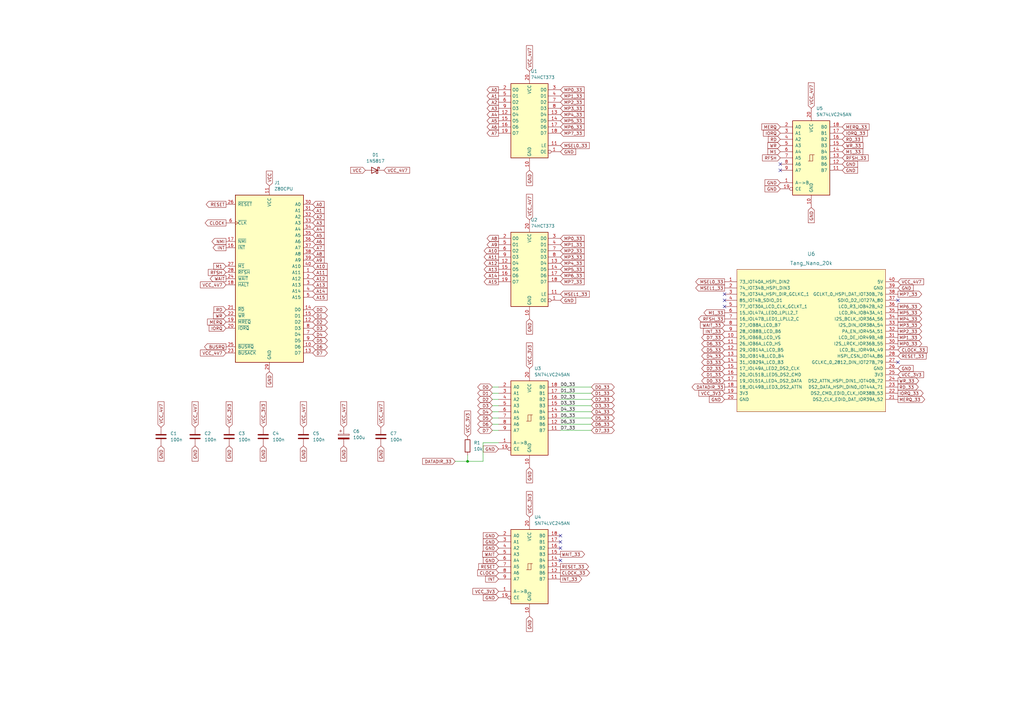
<source format=kicad_sch>
(kicad_sch (version 20211123) (generator eeschema)
  (paper "A3")
  (title_block (title "MSX-Tang Nano 9K Breakout") (date "2023-03-01"))
  (lib_symbols
    (symbol "74xx:74AHCT373"
      (property "Reference" "U" (at -7.62 16.51 0))
      (property "Value" "74AHCT373" (at -7.62 -16.51 0))
      (symbol "74AHCT373_1_0"
        (pin input inverted (at -12.7 -12.7 0) (length 5.08) (name "OE") (number "1"))
        (pin power_in line (at 0 -20.32 90) (length 5.08) (name "GND") (number "10"))
        (pin input line (at -12.7 -10.16 0) (length 5.08) (name "LE") (number "11"))
        (pin tri_state line (at 12.7 2.54 180) (length 5.08) (name "O4") (number "12"))
        (pin input line (at -12.7 2.54 0) (length 5.08) (name "D4") (number "13"))
        (pin input line (at -12.7 0 0) (length 5.08) (name "D5") (number "14"))
        (pin tri_state line (at 12.7 0 180) (length 5.08) (name "O5") (number "15"))
        (pin tri_state line (at 12.7 -2.54 180) (length 5.08) (name "O6") (number "16"))
        (pin input line (at -12.7 -2.54 0) (length 5.08) (name "D6") (number "17"))
        (pin input line (at -12.7 -5.08 0) (length 5.08) (name "D7") (number "18"))
        (pin tri_state line (at 12.7 -5.08 180) (length 5.08) (name "O7") (number "19"))
        (pin tri_state line (at 12.7 12.7 180) (length 5.08) (name "O0") (number "2"))
        (pin power_in line (at 0 20.32 270) (length 5.08) (name "VCC") (number "20"))
        (pin input line (at -12.7 12.7 0) (length 5.08) (name "D0") (number "3"))
        (pin input line (at -12.7 10.16 0) (length 5.08) (name "D1") (number "4"))
        (pin tri_state line (at 12.7 10.16 180) (length 5.08) (name "O1") (number "5"))
        (pin tri_state line (at 12.7 7.62 180) (length 5.08) (name "O2") (number "6"))
        (pin input line (at -12.7 7.62 0) (length 5.08) (name "D2") (number "7"))
        (pin input line (at -12.7 5.08 0) (length 5.08) (name "D3") (number "8"))
        (pin tri_state line (at 12.7 5.08 180) (length 5.08) (name "O3") (number "9"))
      )
      (symbol "74AHCT373_1_1"
        (rectangle (start -7.62 15.24) (end 7.62 -15.24) (stroke (width 0.254)) (fill (type background)))
      )
    )
    (symbol "CPU:Z80CPU" (pin_names (offset 1.016))
      (property "Reference" "U" (at -13.97 35.56 0))
      (property "Value" "Z80CPU" (at 6.35 35.56 0))
      (symbol "Z80CPU_0_1"
        (rectangle (start -13.97 34.29) (end 13.97 -34.29) (stroke (width 0.254)) (fill (type background)))
      )
      (symbol "Z80CPU_1_1"
        (pin output line (at 17.78 2.54 180) (length 3.81) (name "A11") (number "1"))
        (pin bidirectional line (at 17.78 -27.94 180) (length 3.81) (name "D6") (number "10"))
        (pin power_in line (at 0 38.1 270) (length 3.81) (name "VCC") (number "11"))
        (pin bidirectional line (at 17.78 -17.78 180) (length 3.81) (name "D2") (number "12"))
        (pin bidirectional line (at 17.78 -30.48 180) (length 3.81) (name "D7") (number "13"))
        (pin bidirectional line (at 17.78 -12.7 180) (length 3.81) (name "D0") (number "14"))
        (pin bidirectional line (at 17.78 -15.24 180) (length 3.81) (name "D1") (number "15"))
        (pin input line (at -17.78 12.7 0) (length 3.81) (name "~{INT}") (number "16"))
        (pin input line (at -17.78 15.24 0) (length 3.81) (name "~{NMI}") (number "17"))
        (pin output line (at -17.78 -2.54 0) (length 3.81) (name "~{HALT}") (number "18"))
        (pin output line (at -17.78 -17.78 0) (length 3.81) (name "~{MREQ}") (number "19"))
        (pin output line (at 17.78 0 180) (length 3.81) (name "A12") (number "2"))
        (pin output line (at -17.78 -20.32 0) (length 3.81) (name "~{IORQ}") (number "20"))
        (pin output line (at -17.78 -12.7 0) (length 3.81) (name "~{RD}") (number "21"))
        (pin output line (at -17.78 -15.24 0) (length 3.81) (name "~{WR}") (number "22"))
        (pin output line (at -17.78 -30.48 0) (length 3.81) (name "~{BUSACK}") (number "23"))
        (pin input line (at -17.78 0 0) (length 3.81) (name "~{WAIT}") (number "24"))
        (pin input line (at -17.78 -27.94 0) (length 3.81) (name "~{BUSRQ}") (number "25"))
        (pin input line (at -17.78 30.48 0) (length 3.81) (name "~{RESET}") (number "26"))
        (pin output line (at -17.78 5.08 0) (length 3.81) (name "~{M1}") (number "27"))
        (pin output line (at -17.78 2.54 0) (length 3.81) (name "~{RFSH}") (number "28"))
        (pin power_in line (at 0 -38.1 90) (length 3.81) (name "GND") (number "29"))
        (pin output line (at 17.78 -2.54 180) (length 3.81) (name "A13") (number "3"))
        (pin output line (at 17.78 30.48 180) (length 3.81) (name "A0") (number "30"))
        (pin output line (at 17.78 27.94 180) (length 3.81) (name "A1") (number "31"))
        (pin output line (at 17.78 25.4 180) (length 3.81) (name "A2") (number "32"))
        (pin output line (at 17.78 22.86 180) (length 3.81) (name "A3") (number "33"))
        (pin output line (at 17.78 20.32 180) (length 3.81) (name "A4") (number "34"))
        (pin output line (at 17.78 17.78 180) (length 3.81) (name "A5") (number "35"))
        (pin output line (at 17.78 15.24 180) (length 3.81) (name "A6") (number "36"))
        (pin output line (at 17.78 12.7 180) (length 3.81) (name "A7") (number "37"))
        (pin output line (at 17.78 10.16 180) (length 3.81) (name "A8") (number "38"))
        (pin output line (at 17.78 7.62 180) (length 3.81) (name "A9") (number "39"))
        (pin output line (at 17.78 -5.08 180) (length 3.81) (name "A14") (number "4"))
        (pin output line (at 17.78 5.08 180) (length 3.81) (name "A10") (number "40"))
        (pin output line (at 17.78 -7.62 180) (length 3.81) (name "A15") (number "5"))
        (pin input clock (at -17.78 22.86 0) (length 3.81) (name "~{CLK}") (number "6"))
        (pin bidirectional line (at 17.78 -22.86 180) (length 3.81) (name "D4") (number "7"))
        (pin bidirectional line (at 17.78 -20.32 180) (length 3.81) (name "D3") (number "8"))
        (pin bidirectional line (at 17.78 -25.4 180) (length 3.81) (name "D5") (number "9"))
      )
    )
    (symbol "Device:C" (pin_numbers hide) (pin_names (offset 0.254))
      (property "Reference" "C" (at 0.635 2.54 0))
      (property "Value" "C" (at 0.635 -2.54 0))
      (symbol "C_0_1"
        (polyline (pts (xy -2.032 -0.762) (xy 2.032 -0.762)) (stroke (width 0.508)))
        (polyline (pts (xy -2.032 0.762) (xy 2.032 0.762)) (stroke (width 0.508)))
      )
      (symbol "C_1_1"
        (pin passive line (at 0 3.81 270) (length 2.794) (name "~") (number "1"))
        (pin passive line (at 0 -3.81 90) (length 2.794) (name "~") (number "2"))
      )
    )
    (symbol "Device:C_Polarized" (pin_numbers hide) (pin_names (offset 0.254))
      (property "Reference" "C" (at 0.635 2.54 0))
      (property "Value" "C_Polarized" (at 0.635 -2.54 0))
      (symbol "C_Polarized_0_1"
        (rectangle (start -2.286 0.508) (end 2.286 1.016))
        (polyline (pts (xy -1.778 2.286) (xy -0.762 2.286)))
        (polyline (pts (xy -1.27 2.794) (xy -1.27 1.778)))
        (rectangle (start 2.286 -0.508) (end -2.286 -1.016) (fill (type outline)))
      )
      (symbol "C_Polarized_1_1"
        (pin passive line (at 0 3.81 270) (length 2.794) (name "~") (number "1"))
        (pin passive line (at 0 -3.81 90) (length 2.794) (name "~") (number "2"))
      )
    )
    (symbol "Device:R" (pin_numbers hide) (pin_names (offset 0))
      (property "Reference" "R" (at 2.032 0 90))
      (property "Value" "R" (at 0 0 90))
      (symbol "R_0_1"
        (rectangle (start -1.016 -2.54) (end 1.016 2.54) (stroke (width 0.254)))
      )
      (symbol "R_1_1"
        (pin passive line (at 0 3.81 270) (length 1.27) (name "~") (number "1"))
        (pin passive line (at 0 -3.81 90) (length 1.27) (name "~") (number "2"))
      )
    )
    (symbol "Diode:1N5817" (pin_numbers hide) (pin_names (offset 1.016) hide)
      (property "Reference" "D" (at 0 2.54 0))
      (property "Value" "1N5817" (at 0 -2.54 0))
      (symbol "1N5817_0_1"
        (polyline (pts (xy 1.27 0) (xy -1.27 0)))
        (polyline (pts (xy 1.27 1.27) (xy 1.27 -1.27) (xy -1.27 0) (xy 1.27 1.27)) (stroke (width 0.254)))
        (polyline (pts (xy -1.905 0.635) (xy -1.905 1.27) (xy -1.27 1.27) (xy -1.27 -1.27) (xy -0.635 -1.27) (xy -0.635 -0.635)) (stroke (width 0.254)))
      )
      (symbol "1N5817_1_1"
        (pin passive line (at -3.81 0 0) (length 2.54) (name "K") (number "1"))
        (pin passive line (at 3.81 0 180) (length 2.54) (name "A") (number "2"))
      )
    )
    (symbol "Mi_libreria:SN74LVC245AN" (pin_names (offset 1.016))
      (property "Reference" "U" (at -7.62 16.51 0))
      (property "Value" "SN74LVC245AN" (at -7.62 -16.51 0))
      (symbol "SN74LVC245AN_1_0"
        (polyline (pts (xy -0.635 -1.27) (xy -0.635 1.27) (xy 0.635 1.27)))
        (polyline (pts (xy -1.27 -1.27) (xy 0.635 -1.27) (xy 0.635 1.27) (xy 1.27 1.27)))
        (pin input line (at -12.7 -10.16 0) (length 5.08) (name "A->B") (number "1"))
        (pin power_in line (at 0 -20.32 90) (length 5.08) (name "GND") (number "10"))
        (pin tri_state line (at 12.7 -5.08 180) (length 5.08) (name "B7") (number "11"))
        (pin tri_state line (at 12.7 -2.54 180) (length 5.08) (name "B6") (number "12"))
        (pin tri_state line (at 12.7 0 180) (length 5.08) (name "B5") (number "13"))
        (pin tri_state line (at 12.7 2.54 180) (length 5.08) (name "B4") (number "14"))
        (pin tri_state line (at 12.7 5.08 180) (length 5.08) (name "B3") (number "15"))
        (pin tri_state line (at 12.7 7.62 180) (length 5.08) (name "B2") (number "16"))
        (pin tri_state line (at 12.7 10.16 180) (length 5.08) (name "B1") (number "17"))
        (pin tri_state line (at 12.7 12.7 180) (length 5.08) (name "B0") (number "18"))
        (pin input inverted (at -12.7 -12.7 0) (length 5.08) (name "CE") (number "19"))
        (pin tri_state line (at -12.7 12.7 0) (length 5.08) (name "A0") (number "2"))
        (pin power_in line (at 0 20.32 270) (length 5.08) (name "VCC") (number "20"))
        (pin tri_state line (at -12.7 10.16 0) (length 5.08) (name "A1") (number "3"))
        (pin tri_state line (at -12.7 7.62 0) (length 5.08) (name "A2") (number "4"))
        (pin tri_state line (at -12.7 5.08 0) (length 5.08) (name "A3") (number "5"))
        (pin tri_state line (at -12.7 2.54 0) (length 5.08) (name "A4") (number "6"))
        (pin tri_state line (at -12.7 0 0) (length 5.08) (name "A5") (number "7"))
        (pin tri_state line (at -12.7 -2.54 0) (length 5.08) (name "A6") (number "8"))
        (pin tri_state line (at -12.7 -5.08 0) (length 5.08) (name "A7") (number "9"))
      )
      (symbol "SN74LVC245AN_1_1"
        (rectangle (start -7.62 15.24) (end 7.62 -15.24) (stroke (width 0.254)) (fill (type background)))
      )
    )
    (symbol "Mi_libreria:Tang_Nano_20k" (pin_names (offset 1.016))
      (property "Reference" "U" (at -3.81 7.62 0))
      (property "Value" "Tang_Nano_20k" (at -10.16 2.54 0))
      (symbol "Tang_Nano_20k_1_0"
        (pin bidirectional line (at -35.56 22.86 0) (length 5) (name "73_IOT40A_HSPI_DIN2") (number "1"))
        (pin bidirectional line (at -35.56 0 0) (length 5) (name "25_IOB6B_LCD_VS") (number "10"))
        (pin bidirectional line (at -35.56 -2.54 0) (length 5) (name "26_IOB6A_LCD_HS") (number "11"))
        (pin bidirectional line (at -35.56 -5.08 0) (length 5) (name "29_IOB14A_LCD_B5") (number "12"))
        (pin bidirectional line (at -35.56 -7.62 0) (length 5) (name "30_IOB14B_LCD_B4") (number "13"))
        (pin bidirectional line (at -35.56 -10.16 0) (length 5) (name "31_IOB29A_LCD_B3") (number "14"))
        (pin bidirectional line (at -35.56 -12.7 0) (length 5) (name "17_IOL49A_LED2_DS2_CLK") (number "15"))
        (pin bidirectional line (at -35.56 -15.24 0) (length 5) (name "20_IOL51B_LED5_DS2_CMD") (number "16"))
        (pin bidirectional line (at -35.56 -17.78 0) (length 5) (name "19_IOL51A_LED4_DS2_DATA") (number "17"))
        (pin bidirectional line (at -35.56 -20.32 0) (length 5) (name "18_IOL49B_LED3_DS2_ATTN") (number "18"))
        (pin bidirectional line (at -35.56 -22.86 0) (length 5) (name "3V3") (number "19"))
        (pin bidirectional line (at -35.56 20.32 0) (length 5) (name "74_IOT34B_HSPI_DIN3") (number "2"))
        (pin bidirectional line (at -35.56 -25.4 0) (length 5) (name "GND") (number "20"))
        (pin bidirectional line (at 35.56 -25.4 180) (length 5) (name "DS2_CLK_EDID_DAT_IOR39A_52") (number "21"))
        (pin bidirectional line (at 35.56 -22.86 180) (length 5) (name "DS2_CMD_EDID_CLK_IOR38B_53") (number "22"))
        (pin bidirectional line (at 35.56 -20.32 180) (length 5) (name "DS2_DATA_HSPI_DIN0_IOT44A_71") (number "23"))
        (pin bidirectional line (at 35.56 -17.78 180) (length 5) (name "DS2_ATTN_HSPI_DIN1_IOT40B_72") (number "24"))
        (pin bidirectional line (at 35.56 -15.24 180) (length 5) (name "3V3") (number "25"))
        (pin bidirectional line (at 35.56 -12.7 180) (length 5) (name "GND") (number "26"))
        (pin bidirectional line (at 35.56 -10.16 180) (length 5) (name "GCLKC_0_2812_DIN_IOT27B_79") (number "27"))
        (pin bidirectional line (at 35.56 -7.62 180) (length 5) (name "HSPI_CSN_IOT4A_86") (number "28"))
        (pin bidirectional line (at 35.56 -5.08 180) (length 5) (name "LCD_BL_IOR49A_49") (number "29"))
        (pin bidirectional line (at -35.56 17.78 0) (length 5) (name "75_IOT34A_HSPI_DIR_GCLKC_1") (number "3"))
        (pin bidirectional line (at 35.56 -2.54 180) (length 5) (name "I2S_LRCK_IOR36B_55") (number "30"))
        (pin bidirectional line (at 35.56 0 180) (length 5) (name "LCD_DE_IOR49B_48") (number "31"))
        (pin bidirectional line (at 35.56 2.54 180) (length 5) (name "PA_EN_IOR45A_51") (number "32"))
        (pin bidirectional line (at 35.56 5.08 180) (length 5) (name "I2S_DIN_IOR38A_54") (number "33"))
        (pin bidirectional line (at 35.56 7.62 180) (length 5) (name "I2S_BCLK_IOR36A_56") (number "34"))
        (pin bidirectional line (at 35.56 10.16 180) (length 5) (name "LCD_R4_IOB43A_41") (number "35"))
        (pin bidirectional line (at 35.56 12.7 180) (length 5) (name "LCD_R3_IOB42B_42") (number "36"))
        (pin bidirectional line (at 35.56 15.24 180) (length 5) (name "SDIO_D2_IOT27A_80") (number "37"))
        (pin bidirectional line (at 35.56 17.78 180) (length 5) (name "GCLKT_0_HSPI_DAT_IOT30B_76") (number "38"))
        (pin bidirectional line (at 35.56 20.32 180) (length 5) (name "GND") (number "39"))
        (pin bidirectional line (at -35.56 15.24 0) (length 5) (name "85_IOT4B_SDIO_D1") (number "4"))
        (pin bidirectional line (at 35.56 22.86 180) (length 5) (name "5V") (number "40"))
        (pin bidirectional line (at -35.56 12.7 0) (length 5) (name "77_IOT30A_LCD_CLK_GCLKT_1") (number "5"))
        (pin bidirectional line (at -35.56 10.16 0) (length 5) (name "15_IOL47A_LED0_LPLL2_T") (number "6"))
        (pin bidirectional line (at -35.56 7.62 0) (length 5) (name "16_IOL47B_LED1_LPLL2_C") (number "7"))
        (pin bidirectional line (at -35.56 5.08 0) (length 5) (name "27_IOB8A_LCD_B7") (number "8"))
        (pin bidirectional line (at -35.56 2.54 0) (length 5) (name "28_IOB8B_LCD_B6") (number "9"))
      )
      (symbol "Tang_Nano_20k_1_1"
        (rectangle (start -30.48 27.94) (end 30.48 -30.48) (fill (type background)))
      )
    )
  )
  (junction (at 191.77 189.23))
  (no_connect (at 368.3 148.59))
  (no_connect (at 297.18 120.65))
  (no_connect (at 368.3 123.19))
  (no_connect (at 320.04 69.85))
  (no_connect (at 229.87 222.25))
  (no_connect (at 297.18 125.73))
  (no_connect (at 229.87 229.87))
  (no_connect (at 297.18 123.19))
  (no_connect (at 229.87 219.71))
  (no_connect (at 229.87 224.79))
  (no_connect (at 320.04 67.31))
  (wire (pts (xy 201.93 173.99) (xy 204.47 173.99)))
  (wire (pts (xy 201.93 158.75) (xy 204.47 158.75)))
  (wire (pts (xy 229.87 176.53) (xy 242.57 176.53)))
  (wire (pts (xy 229.87 166.37) (xy 242.57 166.37)))
  (wire (pts (xy 229.87 158.75) (xy 242.57 158.75)))
  (wire (pts (xy 201.93 176.53) (xy 204.47 176.53)))
  (wire (pts (xy 229.87 173.99) (xy 242.57 173.99)))
  (wire (pts (xy 201.93 171.45) (xy 204.47 171.45)))
  (wire (pts (xy 229.87 163.83) (xy 242.57 163.83)))
  (wire (pts (xy 229.87 171.45) (xy 242.57 171.45)))
  (wire (pts (xy 201.93 168.91) (xy 204.47 168.91)))
  (wire (pts (xy 229.87 168.91) (xy 242.57 168.91)))
  (wire (pts (xy 198.12 181.61) (xy 198.12 189.23)))
  (wire (pts (xy 201.93 163.83) (xy 204.47 163.83)))
  (wire (pts (xy 198.12 181.61) (xy 204.47 181.61)))
  (wire (pts (xy 201.93 161.29) (xy 204.47 161.29)))
  (wire (pts (xy 201.93 166.37) (xy 204.47 166.37)))
  (wire (pts (xy 191.77 186.69) (xy 191.77 189.23)))
  (wire (pts (xy 229.87 161.29) (xy 242.57 161.29)))
  (wire (pts (xy 186.69 189.23) (xy 191.77 189.23)))
  (wire (pts (xy 191.77 189.23) (xy 198.12 189.23)))
  (label "D0_33" (at 229.87 158.75 0))
  (label "D5_33" (at 229.87 171.45 0))
  (label "D4_33" (at 229.87 168.91 0))
  (label "D6_33" (at 229.87 173.99 0))
  (label "D3_33" (at 229.87 166.37 0))
  (label "D7_33" (at 229.87 176.53 0))
  (label "D2_33" (at 229.87 163.83 0))
  (label "D1_33" (at 229.87 161.29 0))
  (global_label "GND" (shape input) (at 217.17 130.81 270) (property "Intersheet References" "${INTERSHEET_REFS}" (effects hide)))
  (global_label "VCC_3V3" (shape input) (at 107.95 175.26 90) (property "Intersheet References" "${INTERSHEET_REFS}" (effects hide)))
  (global_label "GND" (shape input) (at 297.18 163.83 180) (property "Intersheet References" "${INTERSHEET_REFS}" (effects hide)))
  (global_label "MP1_33" (shape input) (at 229.87 100.33 0) (property "Intersheet References" "${INTERSHEET_REFS}" (effects hide)))
  (global_label "D1" (shape bidirectional) (at 128.27 129.54 0) (property "Intersheet References" "${INTERSHEET_REFS}" (effects hide)))
  (global_label "D4" (shape bidirectional) (at 128.27 137.16 0) (property "Intersheet References" "${INTERSHEET_REFS}" (effects hide)))
  (global_label "MP4_33" (shape input) (at 229.87 107.95 0) (property "Intersheet References" "${INTERSHEET_REFS}" (effects hide)))
  (global_label "MP3_33" (shape input) (at 229.87 105.41 0) (property "Intersheet References" "${INTERSHEET_REFS}" (effects hide)))
  (global_label "MP0_33" (shape input) (at 229.87 97.79 0) (property "Intersheet References" "${INTERSHEET_REFS}" (effects hide)))
  (global_label "WAIT_33" (shape output) (at 229.87 227.33 0) (property "Intersheet References" "${INTERSHEET_REFS}" (effects hide)))
  (global_label "GND" (shape input) (at 80.01 182.88 270) (property "Intersheet References" "${INTERSHEET_REFS}" (effects hide)))
  (global_label "VCC_4V7" (shape input) (at 92.71 116.84 180) (property "Intersheet References" "${INTERSHEET_REFS}" (effects hide)))
  (global_label "WR" (shape input) (at 92.71 129.54 180) (property "Intersheet References" "${INTERSHEET_REFS}" (effects hide)))
  (global_label "GND" (shape input) (at 229.87 62.23 0) (property "Intersheet References" "${INTERSHEET_REFS}" (effects hide)))
  (global_label "GND" (shape input) (at 140.97 182.88 270) (property "Intersheet References" "${INTERSHEET_REFS}" (effects hide)))
  (global_label "RD_33" (shape input) (at 345.44 57.15 0) (property "Intersheet References" "${INTERSHEET_REFS}" (effects hide)))
  (global_label "MP6_33" (shape output) (at 368.3 125.73 0) (property "Intersheet References" "${INTERSHEET_REFS}" (effects hide)))
  (global_label "A2" (shape input) (at 128.27 88.9 0) (property "Intersheet References" "${INTERSHEET_REFS}" (effects hide)))
  (global_label "D3" (shape bidirectional) (at 201.93 166.37 180) (property "Intersheet References" "${INTERSHEET_REFS}" (effects hide)))
  (global_label "VCC_4V7" (shape input) (at 80.01 175.26 90) (property "Intersheet References" "${INTERSHEET_REFS}" (effects hide)))
  (global_label "VCC_4V7" (shape input) (at 332.74 44.45 90) (property "Intersheet References" "${INTERSHEET_REFS}" (effects hide)))
  (global_label "IORQ_33" (shape input) (at 345.44 54.61 0) (property "Intersheet References" "${INTERSHEET_REFS}" (effects hide)))
  (global_label "MERQ_33" (shape input) (at 345.44 52.07 0) (property "Intersheet References" "${INTERSHEET_REFS}" (effects hide)))
  (global_label "VCC_4V7" (shape input) (at 92.71 144.78 180) (property "Intersheet References" "${INTERSHEET_REFS}" (effects hide)))
  (global_label "GND" (shape input) (at 204.47 229.87 180) (property "Intersheet References" "${INTERSHEET_REFS}" (effects hide)))
  (global_label "A4" (shape input) (at 128.27 93.98 0) (property "Intersheet References" "${INTERSHEET_REFS}" (effects hide)))
  (global_label "A5" (shape input) (at 128.27 96.52 0) (property "Intersheet References" "${INTERSHEET_REFS}" (effects hide)))
  (global_label "CLOCK_33" (shape output) (at 229.87 234.95 0) (property "Intersheet References" "${INTERSHEET_REFS}" (effects hide)))
  (global_label "RD" (shape input) (at 92.71 127 180) (property "Intersheet References" "${INTERSHEET_REFS}" (effects hide)))
  (global_label "A8" (shape output) (at 204.47 97.79 180) (property "Intersheet References" "${INTERSHEET_REFS}" (effects hide)))
  (global_label "GND" (shape input) (at 320.04 74.93 180) (property "Intersheet References" "${INTERSHEET_REFS}" (effects hide)))
  (global_label "A0" (shape input) (at 128.27 83.82 0) (property "Intersheet References" "${INTERSHEET_REFS}" (effects hide)))
  (global_label "MP6_33" (shape input) (at 229.87 113.03 0) (property "Intersheet References" "${INTERSHEET_REFS}" (effects hide)))
  (global_label "A13" (shape input) (at 128.27 116.84 0) (property "Intersheet References" "${INTERSHEET_REFS}" (effects hide)))
  (global_label "D2" (shape bidirectional) (at 128.27 132.08 0) (property "Intersheet References" "${INTERSHEET_REFS}" (effects hide)))
  (global_label "A9" (shape input) (at 128.27 106.68 0) (property "Intersheet References" "${INTERSHEET_REFS}" (effects hide)))
  (global_label "D6_33" (shape bidirectional) (at 242.57 173.99 0) (property "Intersheet References" "${INTERSHEET_REFS}" (effects hide)))
  (global_label "D0" (shape bidirectional) (at 201.93 158.75 180) (property "Intersheet References" "${INTERSHEET_REFS}" (effects hide)))
  (global_label "GND" (shape input) (at 110.49 152.4 270) (property "Intersheet References" "${INTERSHEET_REFS}" (effects hide)))
  (global_label "RFSH_33" (shape input) (at 345.44 64.77 0) (property "Intersheet References" "${INTERSHEET_REFS}" (effects hide)))
  (global_label "M1_33" (shape output) (at 297.18 128.27 180) (property "Intersheet References" "${INTERSHEET_REFS}" (effects hide)))
  (global_label "D4_33" (shape bidirectional) (at 297.18 146.05 180) (property "Intersheet References" "${INTERSHEET_REFS}" (effects hide)))
  (global_label "MERQ_33" (shape output) (at 368.3 163.83 0) (property "Intersheet References" "${INTERSHEET_REFS}" (effects hide)))
  (global_label "A15" (shape input) (at 128.27 121.92 0) (property "Intersheet References" "${INTERSHEET_REFS}" (effects hide)))
  (global_label "D0_33" (shape bidirectional) (at 242.57 158.75 0) (property "Intersheet References" "${INTERSHEET_REFS}" (effects hide)))
  (global_label "D1_33" (shape bidirectional) (at 297.18 153.67 180) (property "Intersheet References" "${INTERSHEET_REFS}" (effects hide)))
  (global_label "MP2_33" (shape input) (at 229.87 102.87 0) (property "Intersheet References" "${INTERSHEET_REFS}" (effects hide)))
  (global_label "GND" (shape input) (at 204.47 245.11 180) (property "Intersheet References" "${INTERSHEET_REFS}" (effects hide)))
  (global_label "A13" (shape output) (at 204.47 110.49 180) (property "Intersheet References" "${INTERSHEET_REFS}" (effects hide)))
  (global_label "VCC_4V7" (shape input) (at 217.17 90.17 90) (property "Intersheet References" "${INTERSHEET_REFS}" (effects hide)))
  (global_label "VCC_4V7" (shape input) (at 140.97 175.26 90) (property "Intersheet References" "${INTERSHEET_REFS}" (effects hide)))
  (global_label "A7" (shape input) (at 128.27 101.6 0) (property "Intersheet References" "${INTERSHEET_REFS}" (effects hide)))
  (global_label "D7" (shape bidirectional) (at 128.27 144.78 0) (property "Intersheet References" "${INTERSHEET_REFS}" (effects hide)))
  (global_label "A14" (shape input) (at 128.27 119.38 0) (property "Intersheet References" "${INTERSHEET_REFS}" (effects hide)))
  (global_label "CLOCK" (shape input) (at 204.47 234.95 180) (property "Intersheet References" "${INTERSHEET_REFS}" (effects hide)))
  (global_label "D4_33" (shape bidirectional) (at 242.57 168.91 0) (property "Intersheet References" "${INTERSHEET_REFS}" (effects hide)))
  (global_label "INT" (shape input) (at 204.47 237.49 180) (property "Intersheet References" "${INTERSHEET_REFS}" (effects hide)))
  (global_label "A15" (shape output) (at 204.47 115.57 180) (property "Intersheet References" "${INTERSHEET_REFS}" (effects hide)))
  (global_label "VCC_4V7" (shape input) (at 157.48 69.85 0) (property "Intersheet References" "${INTERSHEET_REFS}" (effects hide)))
  (global_label "GND" (shape input) (at 204.47 224.79 180) (property "Intersheet References" "${INTERSHEET_REFS}" (effects hide)))
  (global_label "GND" (shape input) (at 368.3 151.13 0) (property "Intersheet References" "${INTERSHEET_REFS}" (effects hide)))
  (global_label "DATADIR_33" (shape output) (at 297.18 158.75 180) (property "Intersheet References" "${INTERSHEET_REFS}" (effects hide)))
  (global_label "D4" (shape bidirectional) (at 201.93 168.91 180) (property "Intersheet References" "${INTERSHEET_REFS}" (effects hide)))
  (global_label "D3_33" (shape bidirectional) (at 297.18 148.59 180) (property "Intersheet References" "${INTERSHEET_REFS}" (effects hide)))
  (global_label "VCC_3V3" (shape input) (at 217.17 151.13 90) (property "Intersheet References" "${INTERSHEET_REFS}" (effects hide)))
  (global_label "A11" (shape output) (at 204.47 105.41 180) (property "Intersheet References" "${INTERSHEET_REFS}" (effects hide)))
  (global_label "VCC_3V3" (shape input) (at 297.18 161.29 180) (property "Intersheet References" "${INTERSHEET_REFS}" (effects hide)))
  (global_label "NMI" (shape output) (at 92.71 99.06 180) (property "Intersheet References" "${INTERSHEET_REFS}" (effects hide)))
  (global_label "MP7_33" (shape input) (at 229.87 115.57 0) (property "Intersheet References" "${INTERSHEET_REFS}" (effects hide)))
  (global_label "GND" (shape input) (at 332.74 85.09 270) (property "Intersheet References" "${INTERSHEET_REFS}" (effects hide)))
  (global_label "MP5_33" (shape output) (at 368.3 128.27 0) (property "Intersheet References" "${INTERSHEET_REFS}" (effects hide)))
  (global_label "MP7_33" (shape output) (at 368.3 120.65 0) (property "Intersheet References" "${INTERSHEET_REFS}" (effects hide)))
  (global_label "D2_33" (shape bidirectional) (at 242.57 163.83 0) (property "Intersheet References" "${INTERSHEET_REFS}" (effects hide)))
  (global_label "VCC" (shape input) (at 110.49 76.2 90) (property "Intersheet References" "${INTERSHEET_REFS}" (effects hide)))
  (global_label "RD" (shape input) (at 320.04 57.15 180) (property "Intersheet References" "${INTERSHEET_REFS}" (effects hide)))
  (global_label "MERQ" (shape input) (at 320.04 52.07 180) (property "Intersheet References" "${INTERSHEET_REFS}" (effects hide)))
  (global_label "D0_33" (shape bidirectional) (at 297.18 156.21 180) (property "Intersheet References" "${INTERSHEET_REFS}" (effects hide)))
  (global_label "D7_33" (shape bidirectional) (at 297.18 138.43 180) (property "Intersheet References" "${INTERSHEET_REFS}" (effects hide)))
  (global_label "MP7_33" (shape input) (at 229.87 54.61 0) (property "Intersheet References" "${INTERSHEET_REFS}" (effects hide)))
  (global_label "WR_33" (shape output) (at 368.3 156.21 0) (property "Intersheet References" "${INTERSHEET_REFS}" (effects hide)))
  (global_label "VCC_4V7" (shape input) (at 124.46 175.26 90) (property "Intersheet References" "${INTERSHEET_REFS}" (effects hide)))
  (global_label "A14" (shape output) (at 204.47 113.03 180) (property "Intersheet References" "${INTERSHEET_REFS}" (effects hide)))
  (global_label "VCC_3V3" (shape input) (at 93.98 175.26 90) (property "Intersheet References" "${INTERSHEET_REFS}" (effects hide)))
  (global_label "D6_33" (shape bidirectional) (at 297.18 140.97 180) (property "Intersheet References" "${INTERSHEET_REFS}" (effects hide)))
  (global_label "A0" (shape output) (at 204.47 36.83 180) (property "Intersheet References" "${INTERSHEET_REFS}" (effects hide)))
  (global_label "DATADIR_33" (shape input) (at 186.69 189.23 180) (property "Intersheet References" "${INTERSHEET_REFS}" (effects hide)))
  (global_label "A6" (shape output) (at 204.47 52.07 180) (property "Intersheet References" "${INTERSHEET_REFS}" (effects hide)))
  (global_label "D6" (shape bidirectional) (at 128.27 142.24 0) (property "Intersheet References" "${INTERSHEET_REFS}" (effects hide)))
  (global_label "GND" (shape input) (at 217.17 191.77 270) (property "Intersheet References" "${INTERSHEET_REFS}" (effects hide)))
  (global_label "MP2_33" (shape input) (at 229.87 41.91 0) (property "Intersheet References" "${INTERSHEET_REFS}" (effects hide)))
  (global_label "MP3_33" (shape output) (at 368.3 133.35 0) (property "Intersheet References" "${INTERSHEET_REFS}" (effects hide)))
  (global_label "WR" (shape input) (at 320.04 59.69 180) (property "Intersheet References" "${INTERSHEET_REFS}" (effects hide)))
  (global_label "RESET" (shape output) (at 92.71 83.82 180) (property "Intersheet References" "${INTERSHEET_REFS}" (effects hide)))
  (global_label "A3" (shape input) (at 128.27 91.44 0) (property "Intersheet References" "${INTERSHEET_REFS}" (effects hide)))
  (global_label "A7" (shape output) (at 204.47 54.61 180) (property "Intersheet References" "${INTERSHEET_REFS}" (effects hide)))
  (global_label "D5_33" (shape bidirectional) (at 297.18 143.51 180) (property "Intersheet References" "${INTERSHEET_REFS}" (effects hide)))
  (global_label "IORQ_33" (shape output) (at 368.3 161.29 0) (property "Intersheet References" "${INTERSHEET_REFS}" (effects hide)))
  (global_label "RESET_33" (shape output) (at 229.87 232.41 0) (property "Intersheet References" "${INTERSHEET_REFS}" (effects hide)))
  (global_label "MP5_33" (shape input) (at 229.87 110.49 0) (property "Intersheet References" "${INTERSHEET_REFS}" (effects hide)))
  (global_label "MP0_33" (shape output) (at 368.3 140.97 0) (property "Intersheet References" "${INTERSHEET_REFS}" (effects hide)))
  (global_label "M1_33" (shape input) (at 345.44 62.23 0) (property "Intersheet References" "${INTERSHEET_REFS}" (effects hide)))
  (global_label "GND" (shape input) (at 217.17 69.85 270) (property "Intersheet References" "${INTERSHEET_REFS}" (effects hide)))
  (global_label "INT_33" (shape input) (at 297.18 135.89 180) (property "Intersheet References" "${INTERSHEET_REFS}" (effects hide)))
  (global_label "A8" (shape input) (at 128.27 104.14 0) (property "Intersheet References" "${INTERSHEET_REFS}" (effects hide)))
  (global_label "A4" (shape output) (at 204.47 46.99 180) (property "Intersheet References" "${INTERSHEET_REFS}" (effects hide)))
  (global_label "WAIT" (shape output) (at 92.71 114.3 180) (property "Intersheet References" "${INTERSHEET_REFS}" (effects hide)))
  (global_label "VCC_3V3" (shape input) (at 191.77 179.07 90) (property "Intersheet References" "${INTERSHEET_REFS}" (effects hide)))
  (global_label "GND" (shape input) (at 204.47 219.71 180) (property "Intersheet References" "${INTERSHEET_REFS}" (effects hide)))
  (global_label "A3" (shape output) (at 204.47 44.45 180) (property "Intersheet References" "${INTERSHEET_REFS}" (effects hide)))
  (global_label "M1" (shape input) (at 320.04 62.23 180) (property "Intersheet References" "${INTERSHEET_REFS}" (effects hide)))
  (global_label "D5" (shape bidirectional) (at 201.93 171.45 180) (property "Intersheet References" "${INTERSHEET_REFS}" (effects hide)))
  (global_label "A5" (shape output) (at 204.47 49.53 180) (property "Intersheet References" "${INTERSHEET_REFS}" (effects hide)))
  (global_label "GND" (shape input) (at 124.46 182.88 270) (property "Intersheet References" "${INTERSHEET_REFS}" (effects hide)))
  (global_label "D2" (shape bidirectional) (at 201.93 163.83 180) (property "Intersheet References" "${INTERSHEET_REFS}" (effects hide)))
  (global_label "INT_33" (shape output) (at 229.87 237.49 0) (property "Intersheet References" "${INTERSHEET_REFS}" (effects hide)))
  (global_label "D1" (shape bidirectional) (at 201.93 161.29 180) (property "Intersheet References" "${INTERSHEET_REFS}" (effects hide)))
  (global_label "MSEL0_33" (shape output) (at 297.18 115.57 180) (property "Intersheet References" "${INTERSHEET_REFS}" (effects hide)))
  (global_label "RFSH_33" (shape output) (at 297.18 130.81 180) (property "Intersheet References" "${INTERSHEET_REFS}" (effects hide)))
  (global_label "D7" (shape bidirectional) (at 201.93 176.53 180) (property "Intersheet References" "${INTERSHEET_REFS}" (effects hide)))
  (global_label "GND" (shape input) (at 345.44 69.85 0) (property "Intersheet References" "${INTERSHEET_REFS}" (effects hide)))
  (global_label "CLOCK_33" (shape input) (at 368.3 143.51 0) (property "Intersheet References" "${INTERSHEET_REFS}" (effects hide)))
  (global_label "GND" (shape input) (at 345.44 67.31 0) (property "Intersheet References" "${INTERSHEET_REFS}" (effects hide)))
  (global_label "RESET" (shape input) (at 204.47 232.41 180) (property "Intersheet References" "${INTERSHEET_REFS}" (effects hide)))
  (global_label "WAIT_33" (shape input) (at 297.18 133.35 180) (property "Intersheet References" "${INTERSHEET_REFS}" (effects hide)))
  (global_label "A10" (shape output) (at 204.47 102.87 180) (property "Intersheet References" "${INTERSHEET_REFS}" (effects hide)))
  (global_label "RESET_33" (shape input) (at 368.3 146.05 0) (property "Intersheet References" "${INTERSHEET_REFS}" (effects hide)))
  (global_label "GND" (shape input) (at 66.04 182.88 270) (property "Intersheet References" "${INTERSHEET_REFS}" (effects hide)))
  (global_label "A6" (shape input) (at 128.27 99.06 0) (property "Intersheet References" "${INTERSHEET_REFS}" (effects hide)))
  (global_label "MP1_33" (shape input) (at 229.87 39.37 0) (property "Intersheet References" "${INTERSHEET_REFS}" (effects hide)))
  (global_label "VCC" (shape input) (at 149.86 69.85 180) (property "Intersheet References" "${INTERSHEET_REFS}" (effects hide)))
  (global_label "A1" (shape output) (at 204.47 39.37 180) (property "Intersheet References" "${INTERSHEET_REFS}" (effects hide)))
  (global_label "D3_33" (shape bidirectional) (at 242.57 166.37 0) (property "Intersheet References" "${INTERSHEET_REFS}" (effects hide)))
  (global_label "M1" (shape input) (at 92.71 109.22 180) (property "Intersheet References" "${INTERSHEET_REFS}" (effects hide)))
  (global_label "INT" (shape output) (at 92.71 101.6 180) (property "Intersheet References" "${INTERSHEET_REFS}" (effects hide)))
  (global_label "RFSH" (shape input) (at 320.04 64.77 180) (property "Intersheet References" "${INTERSHEET_REFS}" (effects hide)))
  (global_label "D5_33" (shape bidirectional) (at 242.57 171.45 0) (property "Intersheet References" "${INTERSHEET_REFS}" (effects hide)))
  (global_label "MP3_33" (shape input) (at 229.87 44.45 0) (property "Intersheet References" "${INTERSHEET_REFS}" (effects hide)))
  (global_label "VCC_4V7" (shape input) (at 66.04 175.26 90) (property "Intersheet References" "${INTERSHEET_REFS}" (effects hide)))
  (global_label "VCC_3V3" (shape input) (at 368.3 153.67 0) (property "Intersheet References" "${INTERSHEET_REFS}" (effects hide)))
  (global_label "VCC_4V7" (shape input) (at 368.3 115.57 0) (property "Intersheet References" "${INTERSHEET_REFS}" (effects hide)))
  (global_label "GND" (shape input) (at 368.3 118.11 0) (property "Intersheet References" "${INTERSHEET_REFS}" (effects hide)))
  (global_label "D0" (shape bidirectional) (at 128.27 127 0) (property "Intersheet References" "${INTERSHEET_REFS}" (effects hide)))
  (global_label "MP5_33" (shape input) (at 229.87 49.53 0) (property "Intersheet References" "${INTERSHEET_REFS}" (effects hide)))
  (global_label "VCC_3V3" (shape input) (at 217.17 212.09 90) (property "Intersheet References" "${INTERSHEET_REFS}" (effects hide)))
  (global_label "A2" (shape output) (at 204.47 41.91 180) (property "Intersheet References" "${INTERSHEET_REFS}" (effects hide)))
  (global_label "GND" (shape input) (at 320.04 77.47 180) (property "Intersheet References" "${INTERSHEET_REFS}" (effects hide)))
  (global_label "D2_33" (shape bidirectional) (at 297.18 151.13 180) (property "Intersheet References" "${INTERSHEET_REFS}" (effects hide)))
  (global_label "MERQ" (shape input) (at 92.71 132.08 180) (property "Intersheet References" "${INTERSHEET_REFS}" (effects hide)))
  (global_label "IORQ" (shape input) (at 92.71 134.62 180) (property "Intersheet References" "${INTERSHEET_REFS}" (effects hide)))
  (global_label "VCC_3V3" (shape input) (at 204.47 242.57 180) (property "Intersheet References" "${INTERSHEET_REFS}" (effects hide)))
  (global_label "RFSH" (shape input) (at 92.71 111.76 180) (property "Intersheet References" "${INTERSHEET_REFS}" (effects hide)))
  (global_label "GND" (shape input) (at 204.47 184.15 180) (property "Intersheet References" "${INTERSHEET_REFS}" (effects hide)))
  (global_label "RD_33" (shape output) (at 368.3 158.75 0) (property "Intersheet References" "${INTERSHEET_REFS}" (effects hide)))
  (global_label "D7_33" (shape bidirectional) (at 242.57 176.53 0) (property "Intersheet References" "${INTERSHEET_REFS}" (effects hide)))
  (global_label "MSEL0_33" (shape input) (at 229.87 59.69 0) (property "Intersheet References" "${INTERSHEET_REFS}" (effects hide)))
  (global_label "A12" (shape input) (at 128.27 114.3 0) (property "Intersheet References" "${INTERSHEET_REFS}" (effects hide)))
  (global_label "D3" (shape bidirectional) (at 128.27 134.62 0) (property "Intersheet References" "${INTERSHEET_REFS}" (effects hide)))
  (global_label "GND" (shape input) (at 107.95 182.88 270) (property "Intersheet References" "${INTERSHEET_REFS}" (effects hide)))
  (global_label "GND" (shape input) (at 217.17 252.73 270) (property "Intersheet References" "${INTERSHEET_REFS}" (effects hide)))
  (global_label "MSEL1_33" (shape input) (at 229.87 120.65 0) (property "Intersheet References" "${INTERSHEET_REFS}" (effects hide)))
  (global_label "WAIT" (shape input) (at 204.47 227.33 180) (property "Intersheet References" "${INTERSHEET_REFS}" (effects hide)))
  (global_label "MP2_33" (shape output) (at 368.3 135.89 0) (property "Intersheet References" "${INTERSHEET_REFS}" (effects hide)))
  (global_label "A12" (shape output) (at 204.47 107.95 180) (property "Intersheet References" "${INTERSHEET_REFS}" (effects hide)))
  (global_label "MP6_33" (shape input) (at 229.87 52.07 0) (property "Intersheet References" "${INTERSHEET_REFS}" (effects hide)))
  (global_label "VCC_4V7" (shape input) (at 156.21 175.26 90) (property "Intersheet References" "${INTERSHEET_REFS}" (effects hide)))
  (global_label "MP0_33" (shape input) (at 229.87 36.83 0) (property "Intersheet References" "${INTERSHEET_REFS}" (effects hide)))
  (global_label "BUSRQ" (shape output) (at 92.71 142.24 180) (property "Intersheet References" "${INTERSHEET_REFS}" (effects hide)))
  (global_label "CLOCK" (shape output) (at 92.71 91.44 180) (property "Intersheet References" "${INTERSHEET_REFS}" (effects hide)))
  (global_label "MP4_33" (shape output) (at 368.3 130.81 0) (property "Intersheet References" "${INTERSHEET_REFS}" (effects hide)))
  (global_label "MSEL1_33" (shape output) (at 297.18 118.11 180) (property "Intersheet References" "${INTERSHEET_REFS}" (effects hide)))
  (global_label "GND" (shape input) (at 93.98 182.88 270) (property "Intersheet References" "${INTERSHEET_REFS}" (effects hide)))
  (global_label "A1" (shape input) (at 128.27 86.36 0) (property "Intersheet References" "${INTERSHEET_REFS}" (effects hide)))
  (global_label "WR_33" (shape input) (at 345.44 59.69 0) (property "Intersheet References" "${INTERSHEET_REFS}" (effects hide)))
  (global_label "D5" (shape bidirectional) (at 128.27 139.7 0) (property "Intersheet References" "${INTERSHEET_REFS}" (effects hide)))
  (global_label "GND" (shape input) (at 204.47 222.25 180) (property "Intersheet References" "${INTERSHEET_REFS}" (effects hide)))
  (global_label "A11" (shape input) (at 128.27 111.76 0) (property "Intersheet References" "${INTERSHEET_REFS}" (effects hide)))
  (global_label "D6" (shape bidirectional) (at 201.93 173.99 180) (property "Intersheet References" "${INTERSHEET_REFS}" (effects hide)))
  (global_label "IORQ" (shape input) (at 320.04 54.61 180) (property "Intersheet References" "${INTERSHEET_REFS}" (effects hide)))
  (global_label "GND" (shape input) (at 229.87 123.19 0) (property "Intersheet References" "${INTERSHEET_REFS}" (effects hide)))
  (global_label "A9" (shape output) (at 204.47 100.33 180) (property "Intersheet References" "${INTERSHEET_REFS}" (effects hide)))
  (global_label "D1_33" (shape bidirectional) (at 242.57 161.29 0) (property "Intersheet References" "${INTERSHEET_REFS}" (effects hide)))
  (global_label "GND" (shape input) (at 156.21 182.88 270) (property "Intersheet References" "${INTERSHEET_REFS}" (effects hide)))
  (global_label "MP4_33" (shape input) (at 229.87 46.99 0) (property "Intersheet References" "${INTERSHEET_REFS}" (effects hide)))
  (global_label "MP1_33" (shape output) (at 368.3 138.43 0) (property "Intersheet References" "${INTERSHEET_REFS}" (effects hide)))
  (global_label "VCC_4V7" (shape input) (at 217.17 29.21 90) (property "Intersheet References" "${INTERSHEET_REFS}" (effects hide)))
  (global_label "A10" (shape input) (at 128.27 109.22 0) (property "Intersheet References" "${INTERSHEET_REFS}" (effects hide)))
  (symbol (lib_id "Device:C") (at 107.95 179.07 0) (unit 1)
    (property "Reference" "C4" (at 111.76 177.7999 0) (effects (justify left)))
    (property "Value" "100n" (at 111.76 180.3399 0) (effects (justify left)))
    (property "Footprint" "Mis_huellas:C_Disc_D4.3mm_W1.9mm_P5.00mm" (effects hide))
  )
  (symbol (lib_id "Mi_libreria:Tang_Nano_20k") (at 332.74 138.43 0) (unit 1)
    (property "Reference" "U6" (at 332.74 104.14 0) (effects (font (size 1.4986 1.4986))))
    (property "Value" "Tang_Nano_20k" (at 332.74 107.95 0) (effects (font (size 1.4986 1.4986))))
    (property "Footprint" "Mis_huellas:Tang_Nano_20k" (effects hide))
  )
  (symbol (lib_id "Mi_libreria:SN74LVC245AN") (at 332.74 64.77 0) (unit 1)
    (property "Reference" "U5" (at 334.7594 44.45 0) (effects (justify left)))
    (property "Value" "SN74LVC245AN" (at 334.7594 46.99 0) (effects (justify left)))
    (property "Footprint" "Package_DIP:DIP-20_W7.62mm_LongPads" (effects hide))
    (property "Datasheet" "https://www.ti.com/lit/ds/symlink/sn74lvc245a.pdf" (effects hide))
  )
  (symbol (lib_id "CPU:Z80CPU") (at 110.49 114.3 0) (unit 1)
    (property "Reference" "J1" (at 112.5094 74.93 0) (effects (justify left)))
    (property "Value" "Z80CPU" (at 112.5094 77.47 0) (effects (justify left)))
    (property "Footprint" "Package_DIP:DIP-40_W15.24mm_Socket" (effects hide))
    (property "Datasheet" "www.zilog.com/manage_directlink.php?filepath=docs/z80/um0080" (effects hide))
  )
  (symbol (lib_id "Device:C") (at 124.46 179.07 0) (unit 1)
    (property "Reference" "C5" (at 128.27 177.7999 0) (effects (justify left)))
    (property "Value" "100n" (at 128.27 180.3399 0) (effects (justify left)))
    (property "Footprint" "Mis_huellas:C_Disc_D4.3mm_W1.9mm_P5.00mm" (effects hide))
  )
  (symbol (lib_id "74xx:74AHCT373") (at 217.17 49.53 0) (mirror y) (unit 1)
    (property "Reference" "U1" (at 217.6906 29.21 0) (effects (justify right)))
    (property "Value" "74HCT373" (at 217.6906 31.75 0) (effects (justify right)))
    (property "Footprint" "Package_DIP:DIP-20_W7.62mm_LongPads" (effects hide))
    (property "Datasheet" "https://www.ti.com/lit/ds/symlink/sn74ahct373.pdf" (effects hide))
  )
  (symbol (lib_id "Device:C_Polarized") (at 140.97 179.07 0) (unit 1)
    (property "Reference" "C6" (at 144.78 176.9109 0) (effects (justify left)))
    (property "Value" "100u" (at 144.78 179.4509 0) (effects (justify left)))
    (property "Footprint" "Capacitor_THT:CP_Radial_D8.0mm_P3.50mm" (effects hide))
  )
  (symbol (lib_id "Device:C") (at 93.98 179.07 0) (unit 1)
    (property "Reference" "C3" (at 97.79 177.7999 0) (effects (justify left)))
    (property "Value" "100n" (at 97.79 180.3399 0) (effects (justify left)))
    (property "Footprint" "Mis_huellas:C_Disc_D4.3mm_W1.9mm_P5.00mm" (effects hide))
  )
  (symbol (lib_id "Mi_libreria:SN74LVC245AN") (at 217.17 171.45 0) (unit 1)
    (property "Reference" "U3" (at 219.1894 151.13 0) (effects (justify left)))
    (property "Value" "SN74LVC245AN" (at 219.1894 153.67 0) (effects (justify left)))
    (property "Footprint" "Package_DIP:DIP-20_W7.62mm_LongPads" (effects hide))
    (property "Datasheet" "https://www.ti.com/lit/ds/symlink/sn74lvc245a.pdf" (effects hide))
  )
  (symbol (lib_id "Device:C") (at 66.04 179.07 0) (unit 1)
    (property "Reference" "C1" (at 69.85 177.7999 0) (effects (justify left)))
    (property "Value" "100n" (at 69.85 180.3399 0) (effects (justify left)))
    (property "Footprint" "Mis_huellas:C_Disc_D4.3mm_W1.9mm_P5.00mm" (effects hide))
  )
  (symbol (lib_id "Device:C") (at 80.01 179.07 0) (unit 1)
    (property "Reference" "C2" (at 83.82 177.7999 0) (effects (justify left)))
    (property "Value" "100n" (at 83.82 180.3399 0) (effects (justify left)))
    (property "Footprint" "Mis_huellas:C_Disc_D4.3mm_W1.9mm_P5.00mm" (effects hide))
  )
  (symbol (lib_id "Diode:1N5817") (at 153.67 69.85 0) (mirror y) (unit 1)
    (property "Reference" "D1" (at 153.9875 63.5 0))
    (property "Value" "1N5817" (at 153.9875 66.04 0))
    (property "Footprint" "Diode_THT:D_DO-41_SOD81_P10.16mm_Horizontal" (effects hide))
    (property "Datasheet" "http://www.vishay.com/docs/88525/1n5817.pdf" (effects hide))
  )
  (symbol (lib_id "74xx:74AHCT373") (at 217.17 110.49 0) (mirror y) (unit 1)
    (property "Reference" "U2" (at 217.6906 90.17 0) (effects (justify right)))
    (property "Value" "74HCT373" (at 217.6906 92.71 0) (effects (justify right)))
    (property "Footprint" "Package_DIP:DIP-20_W7.62mm_LongPads" (effects hide))
    (property "Datasheet" "https://www.ti.com/lit/ds/symlink/sn74ahct373.pdf" (effects hide))
  )
  (symbol (lib_id "Device:C") (at 156.21 179.07 0) (unit 1)
    (property "Reference" "C7" (at 160.02 177.7999 0) (effects (justify left)))
    (property "Value" "100n" (at 160.02 180.3399 0) (effects (justify left)))
    (property "Footprint" "Mis_huellas:C_Disc_D4.3mm_W1.9mm_P5.00mm" (effects hide))
  )
  (symbol (lib_id "Device:R") (at 191.77 182.88 0) (unit 1)
    (property "Reference" "R1" (at 194.31 181.6099 0) (effects (justify left)))
    (property "Value" "10k" (at 194.31 184.1499 0) (effects (justify left)))
    (property "Footprint" "Resistor_THT:R_Axial_DIN0207_L6.3mm_D2.5mm_P7.62mm_Horizontal" (effects hide))
  )
  (symbol (lib_id "Mi_libreria:SN74LVC245AN") (at 217.17 232.41 0) (unit 1)
    (property "Reference" "U4" (at 219.1894 212.09 0) (effects (justify left)))
    (property "Value" "SN74LVC245AN" (at 219.1894 214.63 0) (effects (justify left)))
    (property "Footprint" "Package_DIP:DIP-20_W7.62mm_LongPads" (effects hide))
    (property "Datasheet" "https://www.ti.com/lit/ds/symlink/sn74lvc245a.pdf" (effects hide))
  )
)
</source>
